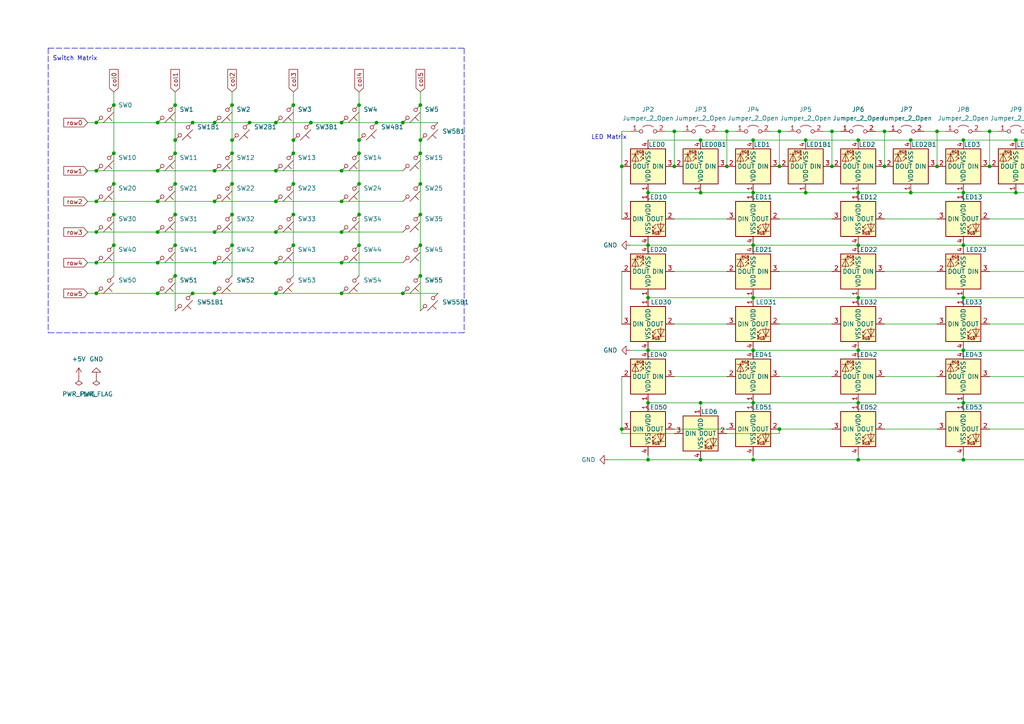
<source format=kicad_sch>
(kicad_sch (version 20211123) (generator eeschema)
  (paper "A4")
  (lib_symbols
    (symbol "Jumper:Jumper_2_Open" (pin_names (offset 0) hide)
      (property "Reference" "JP" (at 0 2.794 0))
      (property "Value" "Jumper_2_Open" (at 0 -2.286 0))
      (symbol "Jumper_2_Open_0_0"
        (circle (center -2.032 0) (radius 0.508))
        (circle (center 2.032 0) (radius 0.508))
      )
      (symbol "Jumper_2_Open_0_1"
        (arc (start 1.524 1.27) (mid 0 1.778) (end -1.524 1.27))
      )
      (symbol "Jumper_2_Open_1_1"
        (pin passive line (at -5.08 0 0) (length 2.54) (name "A") (number "1"))
        (pin passive line (at 5.08 0 180) (length 2.54) (name "B") (number "2"))
      )
    )
    (symbol "marbastlib-mx:MX_SK6812MINI-E"
      (property "Reference" "LED" (at 2.54 -6.35 0))
      (property "Value" "MX_SK6812MINI-E" (at 10.16 6.35 0))
      (symbol "MX_SK6812MINI-E_0_0"
        (text "RGB" (at 2.286 -4.191 0) (effects (font (size 0.762 0.762))))
      )
      (symbol "MX_SK6812MINI-E_0_1"
        (polyline (pts (xy 1.27 -3.556) (xy 1.778 -3.556)))
        (polyline (pts (xy 1.27 -2.54) (xy 1.778 -2.54)))
        (polyline (pts (xy 4.699 -3.556) (xy 2.667 -3.556)))
        (polyline (pts (xy 2.286 -2.54) (xy 1.27 -3.556) (xy 1.27 -3.048)))
        (polyline (pts (xy 2.286 -1.524) (xy 1.27 -2.54) (xy 1.27 -2.032)))
        (polyline (pts (xy 3.683 -1.016) (xy 3.683 -3.556) (xy 3.683 -4.064)))
        (polyline (pts (xy 4.699 -1.524) (xy 2.667 -1.524) (xy 3.683 -3.556) (xy 4.699 -1.524)))
        (rectangle (start 5.08 5.08) (end -5.08 -5.08) (stroke (width 0.254)) (fill (type background)))
      )
      (symbol "MX_SK6812MINI-E_1_1"
        (pin power_in line (at 0 7.62 270) (length 2.54) (name "VDD") (number "1"))
        (pin output line (at 7.62 0 180) (length 2.54) (name "DOUT") (number "2"))
        (pin input line (at -7.62 0 0) (length 2.54) (name "DIN") (number "3"))
        (pin power_in line (at 0 -7.62 90) (length 2.54) (name "VSS") (number "4"))
      )
    )
    (symbol "marbastlib-mx:MX_SW_HS" (pin_numbers hide) (pin_names (offset 1.016) hide)
      (property "Reference" "SW" (at 3.048 1.016 0))
      (property "Value" "MX_SW_HS" (at 0 -3.81 0))
      (symbol "MX_SW_HS_0_1"
        (circle (center -1.1684 1.1684) (radius 0.508))
        (polyline (pts (xy -0.508 2.54) (xy 2.54 -0.508)))
        (polyline (pts (xy 1.016 1.016) (xy 2.032 2.032)))
        (polyline (pts (xy -2.54 2.54) (xy -1.524 1.524) (xy -1.524 1.524)))
        (polyline (pts (xy 1.524 -1.524) (xy 2.54 -2.54) (xy 2.54 -2.54) (xy 2.54 -2.54)))
        (circle (center 1.143 -1.1938) (radius 0.508))
        (pin passive line (at -2.54 2.54 0) (length 0) (name "1") (number "1"))
        (pin passive line (at 2.54 -2.54 180) (length 0) (name "2") (number "2"))
      )
    )
    (symbol "power:+5V" (power) (pin_names (offset 0))
      (property "Value" "+5V" (at 0 3.556 0))
      (symbol "+5V_0_1"
        (polyline (pts (xy -0.762 1.27) (xy 0 2.54)))
        (polyline (pts (xy 0 0) (xy 0 2.54)))
        (polyline (pts (xy 0 2.54) (xy 0.762 1.27)))
      )
      (symbol "+5V_1_1"
        (pin power_in line (at 0 0 90) (length 0) hide (name "+5V") (number "1"))
      )
    )
    (symbol "power:GND" (power) (pin_names (offset 0))
      (property "Value" "GND" (at 0 -3.81 0))
      (symbol "GND_0_1"
        (polyline (pts (xy 0 0) (xy 0 -1.27) (xy 1.27 -1.27) (xy 0 -2.54) (xy -1.27 -1.27) (xy 0 -1.27)))
      )
      (symbol "GND_1_1"
        (pin power_in line (at 0 0 270) (length 0) hide (name "GND") (number "1"))
      )
    )
    (symbol "power:PWR_FLAG" (power) (pin_numbers hide) (pin_names (offset 0) hide)
      (property "Value" "PWR_FLAG" (at 0 3.81 0))
      (symbol "PWR_FLAG_0_0"
        (pin power_out line (at 0 0 90) (length 0) (name "pwr") (number "1"))
      )
      (symbol "PWR_FLAG_0_1"
        (polyline (pts (xy 0 0) (xy 0 1.27) (xy -1.016 1.905) (xy 0 2.54) (xy 1.016 1.905) (xy 0 1.27)))
      )
    )
  )
  (junction (at 248.92 40.64))
  (junction (at 256.54 48.26))
  (junction (at 50.8 44.45))
  (junction (at 187.96 101.6))
  (junction (at 248.92 133.35))
  (junction (at 180.34 124.46))
  (junction (at 121.92 40.64))
  (junction (at 45.72 58.42))
  (junction (at 99.06 76.2))
  (junction (at 27.94 76.2))
  (junction (at 287.02 38.1))
  (junction (at 309.88 71.12))
  (junction (at 99.06 58.42))
  (junction (at 99.06 35.56))
  (junction (at 332.74 48.26))
  (junction (at 121.92 53.34))
  (junction (at 67.31 53.34))
  (junction (at 218.44 40.64))
  (junction (at 195.58 48.26))
  (junction (at 62.23 49.53))
  (junction (at 218.44 101.6))
  (junction (at 302.26 38.1))
  (junction (at 104.14 40.64))
  (junction (at 218.44 133.35))
  (junction (at 85.09 71.12))
  (junction (at 248.92 86.36))
  (junction (at 203.2 55.88))
  (junction (at 309.88 86.36))
  (junction (at 294.64 55.88))
  (junction (at 325.12 133.35))
  (junction (at 67.31 44.45))
  (junction (at 241.3 48.26))
  (junction (at 241.3 38.1))
  (junction (at 279.4 86.36))
  (junction (at 45.72 49.53))
  (junction (at 104.14 62.23))
  (junction (at 27.94 35.56))
  (junction (at 121.92 71.12))
  (junction (at 67.31 40.64))
  (junction (at 85.09 53.34))
  (junction (at 317.5 38.1))
  (junction (at 99.06 49.53))
  (junction (at 99.06 67.31))
  (junction (at 309.88 133.35))
  (junction (at 187.96 116.84))
  (junction (at 203.2 133.35))
  (junction (at 187.96 86.36))
  (junction (at 72.39 35.56))
  (junction (at 187.96 71.12))
  (junction (at 309.88 40.64))
  (junction (at 33.02 62.23))
  (junction (at 271.78 38.1))
  (junction (at 50.8 30.48))
  (junction (at 226.06 48.26))
  (junction (at 256.54 38.1))
  (junction (at 294.64 40.64))
  (junction (at 45.72 67.31))
  (junction (at 226.06 38.1))
  (junction (at 116.84 35.56))
  (junction (at 279.4 101.6))
  (junction (at 33.02 53.34))
  (junction (at 33.02 71.12))
  (junction (at 309.88 55.88))
  (junction (at 210.82 48.26))
  (junction (at 62.23 76.2))
  (junction (at 279.4 40.64))
  (junction (at 340.36 55.88))
  (junction (at 67.31 71.12))
  (junction (at 45.72 76.2))
  (junction (at 317.5 48.26))
  (junction (at 248.92 71.12))
  (junction (at 99.06 85.09))
  (junction (at 226.06 124.46))
  (junction (at 85.09 44.45))
  (junction (at 279.4 71.12))
  (junction (at 55.88 35.56))
  (junction (at 121.92 44.45))
  (junction (at 233.68 55.88))
  (junction (at 85.09 30.48))
  (junction (at 180.34 48.26))
  (junction (at 80.01 35.56))
  (junction (at 203.2 40.64))
  (junction (at 67.31 62.23))
  (junction (at 264.16 40.64))
  (junction (at 248.92 116.84))
  (junction (at 90.17 35.56))
  (junction (at 325.12 55.88))
  (junction (at 218.44 86.36))
  (junction (at 62.23 58.42))
  (junction (at 187.96 55.88))
  (junction (at 121.92 80.01))
  (junction (at 62.23 85.09))
  (junction (at 210.82 38.1))
  (junction (at 248.92 101.6))
  (junction (at 62.23 67.31))
  (junction (at 104.14 30.48))
  (junction (at 80.01 67.31))
  (junction (at 340.36 40.64))
  (junction (at 55.88 85.09))
  (junction (at 109.22 35.56))
  (junction (at 27.94 85.09))
  (junction (at 302.26 48.26))
  (junction (at 347.98 48.26))
  (junction (at 279.4 55.88))
  (junction (at 332.74 38.1))
  (junction (at 27.94 58.42))
  (junction (at 104.14 44.45))
  (junction (at 50.8 40.64))
  (junction (at 340.36 71.12))
  (junction (at 195.58 38.1))
  (junction (at 50.8 53.34))
  (junction (at 62.23 35.56))
  (junction (at 50.8 62.23))
  (junction (at 104.14 53.34))
  (junction (at 309.88 116.84))
  (junction (at 325.12 40.64))
  (junction (at 50.8 80.01))
  (junction (at 347.98 124.46))
  (junction (at 80.01 49.53))
  (junction (at 218.44 71.12))
  (junction (at 187.96 133.35))
  (junction (at 116.84 85.09))
  (junction (at 27.94 67.31))
  (junction (at 27.94 49.53))
  (junction (at 85.09 62.23))
  (junction (at 104.14 71.12))
  (junction (at 67.31 30.48))
  (junction (at 302.26 124.46))
  (junction (at 80.01 58.42))
  (junction (at 203.2 116.84))
  (junction (at 85.09 40.64))
  (junction (at 340.36 101.6))
  (junction (at 121.92 30.48))
  (junction (at 279.4 116.84))
  (junction (at 340.36 116.84))
  (junction (at 233.68 40.64))
  (junction (at 279.4 133.35))
  (junction (at 248.92 55.88))
  (junction (at 340.36 86.36))
  (junction (at 33.02 44.45))
  (junction (at 45.72 85.09))
  (junction (at 218.44 116.84))
  (junction (at 80.01 85.09))
  (junction (at 45.72 35.56))
  (junction (at 121.92 62.23))
  (junction (at 287.02 48.26))
  (junction (at 325.12 116.84))
  (junction (at 309.88 101.6))
  (junction (at 264.16 55.88))
  (junction (at 33.02 30.48))
  (junction (at 218.44 55.88))
  (junction (at 80.01 76.2))
  (junction (at 50.8 71.12))
  (junction (at 271.78 48.26))
  (wire (pts (xy 309.88 133.35) (xy 309.88 132.08)))
  (wire (pts (xy 299.72 38.1) (xy 302.26 38.1)))
  (wire (pts (xy 104.14 40.64) (xy 104.14 44.45)))
  (wire (pts (xy 243.84 38.1) (xy 241.3 38.1)))
  (wire (pts (xy 248.92 55.88) (xy 264.16 55.88)))
  (wire (pts (xy 67.31 40.64) (xy 67.31 44.45)))
  (wire (pts (xy 187.96 133.35) (xy 203.2 133.35)))
  (wire (pts (xy 267.97 38.1) (xy 271.78 38.1)))
  (wire (pts (xy 121.92 30.48) (xy 121.92 40.64)))
  (wire (pts (xy 85.09 40.64) (xy 85.09 44.45)))
  (wire (pts (xy 99.06 58.42) (xy 116.84 58.42)))
  (wire (pts (xy 335.28 38.1) (xy 332.74 38.1)))
  (wire (pts (xy 241.3 109.22) (xy 226.06 109.22)))
  (wire (pts (xy 99.06 67.31) (xy 116.84 67.31)))
  (wire (pts (xy 271.78 124.46) (xy 256.54 124.46)))
  (wire (pts (xy 210.82 109.22) (xy 195.58 109.22)))
  (wire (pts (xy 50.8 71.12) (xy 50.8 80.01)))
  (wire (pts (xy 104.14 62.23) (xy 104.14 71.12)))
  (wire (pts (xy 284.48 38.1) (xy 287.02 38.1)))
  (wire (pts (xy 25.4 35.56) (xy 27.94 35.56)))
  (wire (pts (xy 121.92 40.64) (xy 121.92 44.45)))
  (wire (pts (xy 279.4 133.35) (xy 309.88 133.35)))
  (wire (pts (xy 309.88 40.64) (xy 325.12 40.64)))
  (wire (pts (xy 256.54 63.5) (xy 271.78 63.5)))
  (wire (pts (xy 325.12 40.64) (xy 340.36 40.64)))
  (wire (pts (xy 121.92 62.23) (xy 121.92 71.12)))
  (wire (pts (xy 332.74 78.74) (xy 317.5 78.74)))
  (wire (pts (xy 45.72 35.56) (xy 55.88 35.56)))
  (wire (pts (xy 264.16 55.88) (xy 279.4 55.88)))
  (wire (pts (xy 80.01 67.31) (xy 99.06 67.31)))
  (wire (pts (xy 50.8 26.67) (xy 50.8 30.48)))
  (wire (pts (xy 55.88 35.56) (xy 62.23 35.56)))
  (wire (pts (xy 325.12 55.88) (xy 340.36 55.88)))
  (wire (pts (xy 62.23 49.53) (xy 80.01 49.53)))
  (wire (pts (xy 121.92 44.45) (xy 121.92 53.34)))
  (wire (pts (xy 45.72 58.42) (xy 62.23 58.42)))
  (wire (pts (xy 302.26 93.98) (xy 287.02 93.98)))
  (wire (pts (xy 62.23 58.42) (xy 80.01 58.42)))
  (wire (pts (xy 45.72 85.09) (xy 55.88 85.09)))
  (wire (pts (xy 45.72 76.2) (xy 62.23 76.2)))
  (wire (pts (xy 241.3 93.98) (xy 226.06 93.98)))
  (wire (pts (xy 50.8 40.64) (xy 50.8 44.45)))
  (wire (pts (xy 62.23 67.31) (xy 80.01 67.31)))
  (wire (pts (xy 218.44 101.6) (xy 248.92 101.6)))
  (wire (pts (xy 187.96 71.12) (xy 218.44 71.12)))
  (wire (pts (xy 325.12 133.35) (xy 340.36 133.35)))
  (wire (pts (xy 62.23 35.56) (xy 72.39 35.56)))
  (wire (pts (xy 45.72 49.53) (xy 62.23 49.53)))
  (wire (pts (xy 180.34 109.22) (xy 180.34 124.46)))
  (wire (pts (xy 99.06 76.2) (xy 116.84 76.2)))
  (wire (pts (xy 72.39 35.56) (xy 80.01 35.56)))
  (wire (pts (xy 228.6 38.1) (xy 226.06 38.1)))
  (wire (pts (xy 248.92 86.36) (xy 279.4 86.36)))
  (wire (pts (xy 218.44 86.36) (xy 248.92 86.36)))
  (wire (pts (xy 238.76 38.1) (xy 241.3 38.1)))
  (wire (pts (xy 85.09 44.45) (xy 85.09 53.34)))
  (wire (pts (xy 340.36 55.88) (xy 347.98 55.88)))
  (wire (pts (xy 345.44 116.84) (xy 340.36 116.84)))
  (wire (pts (xy 33.02 30.48) (xy 33.02 44.45)))
  (wire (pts (xy 325.12 116.84) (xy 340.36 116.84)))
  (wire (pts (xy 264.16 40.64) (xy 279.4 40.64)))
  (wire (pts (xy 309.88 133.35) (xy 325.12 133.35)))
  (wire (pts (xy 85.09 62.23) (xy 85.09 71.12)))
  (wire (pts (xy 90.17 35.56) (xy 99.06 35.56)))
  (wire (pts (xy 218.44 133.35) (xy 218.44 132.08)))
  (wire (pts (xy 347.98 48.26) (xy 351.79 48.26)))
  (wire (pts (xy 127 85.09) (xy 116.84 85.09)))
  (wire (pts (xy 187.96 40.64) (xy 203.2 40.64)))
  (wire (pts (xy 213.36 38.1) (xy 210.82 38.1)))
  (wire (pts (xy 279.4 40.64) (xy 294.64 40.64)))
  (wire (pts (xy 347.98 63.5) (xy 347.98 78.74)))
  (wire (pts (xy 80.01 58.42) (xy 99.06 58.42)))
  (wire (pts (xy 349.25 124.46) (xy 347.98 124.46)))
  (wire (pts (xy 27.94 85.09) (xy 45.72 85.09)))
  (wire (pts (xy 104.14 30.48) (xy 104.14 40.64)))
  (wire (pts (xy 203.2 55.88) (xy 218.44 55.88)))
  (wire (pts (xy 180.34 38.1) (xy 180.34 48.26)))
  (wire (pts (xy 279.4 133.35) (xy 279.4 132.08)))
  (wire (pts (xy 50.8 30.48) (xy 50.8 40.64)))
  (wire (pts (xy 187.96 101.6) (xy 218.44 101.6)))
  (wire (pts (xy 203.2 118.11) (xy 203.2 116.84)))
  (wire (pts (xy 116.84 35.56) (xy 127 35.56)))
  (wire (pts (xy 67.31 30.48) (xy 67.31 40.64)))
  (wire (pts (xy 50.8 53.34) (xy 50.8 62.23)))
  (wire (pts (xy 25.4 76.2) (xy 27.94 76.2)))
  (wire (pts (xy 50.8 44.45) (xy 50.8 53.34)))
  (wire (pts (xy 309.88 101.6) (xy 340.36 101.6)))
  (wire (pts (xy 104.14 44.45) (xy 104.14 53.34)))
  (wire (pts (xy 104.14 26.67) (xy 104.14 30.48)))
  (wire (pts (xy 27.94 35.56) (xy 45.72 35.56)))
  (wire (pts (xy 331.47 38.1) (xy 332.74 38.1)))
  (wire (pts (xy 180.34 125.73) (xy 180.34 124.46)))
  (wire (pts (xy 256.54 38.1) (xy 256.54 48.26)))
  (wire (pts (xy 347.98 38.1) (xy 347.98 48.26)))
  (wire (pts (xy 67.31 71.12) (xy 67.31 80.01)))
  (wire (pts (xy 287.02 38.1) (xy 287.02 48.26)))
  (wire (pts (xy 321.31 38.1) (xy 317.5 38.1)))
  (wire (pts (xy 182.88 38.1) (xy 180.34 38.1)))
  (wire (pts (xy 180.34 63.5) (xy 180.34 48.26)))
  (wire (pts (xy 210.82 38.1) (xy 210.82 48.26)))
  (wire (pts (xy 317.5 124.46) (xy 332.74 124.46)))
  (wire (pts (xy 85.09 30.48) (xy 85.09 40.64)))
  (wire (pts (xy 279.4 101.6) (xy 309.88 101.6)))
  (wire (pts (xy 50.8 62.23) (xy 50.8 71.12)))
  (wire (pts (xy 314.96 38.1) (xy 317.5 38.1)))
  (wire (pts (xy 99.06 35.56) (xy 109.22 35.56)))
  (wire (pts (xy 226.06 124.46) (xy 226.06 125.73)))
  (wire (pts (xy 182.88 101.6) (xy 187.96 101.6)))
  (wire (pts (xy 67.31 44.45) (xy 67.31 53.34)))
  (wire (pts (xy 99.06 85.09) (xy 116.84 85.09)))
  (wire (pts (xy 302.26 109.22) (xy 287.02 109.22)))
  (wire (pts (xy 55.88 85.09) (xy 62.23 85.09)))
  (wire (pts (xy 289.56 38.1) (xy 287.02 38.1)))
  (wire (pts (xy 347.98 38.1) (xy 345.44 38.1)))
  (wire (pts (xy 85.09 53.34) (xy 85.09 62.23)))
  (wire (pts (xy 80.01 35.56) (xy 90.17 35.56)))
  (wire (pts (xy 198.12 38.1) (xy 195.58 38.1)))
  (wire (pts (xy 309.88 55.88) (xy 294.64 55.88)))
  (wire (pts (xy 67.31 62.23) (xy 67.31 71.12)))
  (wire (pts (xy 25.4 49.53) (xy 27.94 49.53)))
  (wire (pts (xy 304.8 38.1) (xy 302.26 38.1)))
  (wire (pts (xy 203.2 116.84) (xy 187.96 116.84)))
  (wire (pts (xy 109.22 35.56) (xy 116.84 35.56)))
  (wire (pts (xy 325.12 118.11) (xy 325.12 116.84)))
  (wire (pts (xy 302.26 78.74) (xy 287.02 78.74)))
  (wire (pts (xy 248.92 133.35) (xy 248.92 132.08)))
  (wire (pts (xy 332.74 38.1) (xy 332.74 48.26)))
  (wire (pts (xy 180.34 125.73) (xy 195.58 125.73)))
  (wire (pts (xy 33.02 62.23) (xy 33.02 53.34)))
  (wire (pts (xy 121.92 80.01) (xy 121.92 90.17)))
  (wire (pts (xy 203.2 133.35) (xy 218.44 133.35)))
  (wire (pts (xy 25.4 67.31) (xy 27.94 67.31)))
  (wire (pts (xy 309.88 86.36) (xy 340.36 86.36)))
  (wire (pts (xy 27.94 58.42) (xy 45.72 58.42)))
  (wire (pts (xy 33.02 80.01) (xy 33.02 71.12)))
  (wire (pts (xy 67.31 26.67) (xy 67.31 30.48)))
  (wire (pts (xy 104.14 71.12) (xy 104.14 80.01)))
  (wire (pts (xy 80.01 85.09) (xy 99.06 85.09)))
  (polyline (pts (xy 134.62 13.97) (xy 134.62 96.52)))
  (wire (pts (xy 121.92 26.67) (xy 121.92 30.48)))
  (wire (pts (xy 248.92 116.84) (xy 218.44 116.84)))
  (wire (pts (xy 27.94 67.31) (xy 45.72 67.31)))
  (wire (pts (xy 180.34 78.74) (xy 180.34 93.98)))
  (wire (pts (xy 210.82 125.73) (xy 226.06 125.73)))
  (wire (pts (xy 257.81 38.1) (xy 256.54 38.1)))
  (wire (pts (xy 25.4 58.42) (xy 27.94 58.42)))
  (wire (pts (xy 187.96 133.35) (xy 187.96 132.08)))
  (wire (pts (xy 279.4 86.36) (xy 309.88 86.36)))
  (wire (pts (xy 218.44 116.84) (xy 203.2 116.84)))
  (wire (pts (xy 62.23 85.09) (xy 80.01 85.09)))
  (wire (pts (xy 210.82 93.98) (xy 195.58 93.98)))
  (wire (pts (xy 33.02 26.67) (xy 33.02 30.48)))
  (wire (pts (xy 332.74 109.22) (xy 317.5 109.22)))
  (wire (pts (xy 233.68 55.88) (xy 248.92 55.88)))
  (wire (pts (xy 195.58 38.1) (xy 195.58 48.26)))
  (wire (pts (xy 248.92 101.6) (xy 279.4 101.6)))
  (wire (pts (xy 332.74 93.98) (xy 317.5 93.98)))
  (wire (pts (xy 218.44 71.12) (xy 248.92 71.12)))
  (wire (pts (xy 226.06 38.1) (xy 226.06 48.26)))
  (wire (pts (xy 248.92 116.84) (xy 279.4 116.84)))
  (wire (pts (xy 80.01 49.53) (xy 99.06 49.53)))
  (wire (pts (xy 62.23 76.2) (xy 80.01 76.2)))
  (wire (pts (xy 25.4 85.09) (xy 27.94 85.09)))
  (wire (pts (xy 187.96 86.36) (xy 218.44 86.36)))
  (wire (pts (xy 347.98 93.98) (xy 347.98 109.22)))
  (wire (pts (xy 340.36 40.64) (xy 349.25 40.64)))
  (wire (pts (xy 210.82 63.5) (xy 195.58 63.5)))
  (wire (pts (xy 302.26 124.46) (xy 287.02 124.46)))
  (wire (pts (xy 218.44 55.88) (xy 233.68 55.88)))
  (wire (pts (xy 121.92 53.34) (xy 121.92 62.23)))
  (polyline (pts (xy 134.62 96.52) (xy 13.97 96.52)))
  (wire (pts (xy 45.72 67.31) (xy 62.23 67.31)))
  (wire (pts (xy 85.09 71.12) (xy 85.09 80.01)))
  (wire (pts (xy 176.53 133.35) (xy 187.96 133.35)))
  (wire (pts (xy 279.4 71.12) (xy 309.88 71.12)))
  (wire (pts (xy 80.01 76.2) (xy 99.06 76.2)))
  (wire (pts (xy 121.92 71.12) (xy 121.92 80.01)))
  (wire (pts (xy 340.36 133.35) (xy 340.36 132.08)))
  (wire (pts (xy 347.98 124.46) (xy 347.98 125.73)))
  (wire (pts (xy 256.54 78.74) (xy 271.78 78.74)))
  (wire (pts (xy 203.2 40.64) (xy 218.44 40.64)))
  (wire (pts (xy 210.82 78.74) (xy 195.58 78.74)))
  (wire (pts (xy 248.92 40.64) (xy 264.16 40.64)))
  (wire (pts (xy 332.74 63.5) (xy 317.5 63.5)))
  (wire (pts (xy 241.3 63.5) (xy 226.06 63.5)))
  (wire (pts (xy 317.5 125.73) (xy 302.26 125.73)))
  (wire (pts (xy 254 38.1) (xy 256.54 38.1)))
  (wire (pts (xy 33.02 71.12) (xy 33.02 62.23)))
  (wire (pts (xy 302.26 38.1) (xy 302.26 48.26)))
  (wire (pts (xy 223.52 38.1) (xy 226.06 38.1)))
  (wire (pts (xy 218.44 40.64) (xy 233.68 40.64)))
  (wire (pts (xy 195.58 124.46) (xy 210.82 124.46)))
  (wire (pts (xy 274.32 38.1) (xy 271.78 38.1)))
  (wire (pts (xy 279.4 116.84) (xy 309.88 116.84)))
  (wire (pts (xy 241.3 78.74) (xy 226.06 78.74)))
  (wire (pts (xy 317.5 38.1) (xy 317.5 48.26)))
  (wire (pts (xy 27.94 49.53) (xy 45.72 49.53)))
  (wire (pts (xy 241.3 38.1) (xy 241.3 48.26)))
  (wire (pts (xy 193.04 38.1) (xy 195.58 38.1)))
  (wire (pts (xy 309.88 55.88) (xy 325.12 55.88)))
  (wire (pts (xy 85.09 26.67) (xy 85.09 30.48)))
  (wire (pts (xy 248.92 71.12) (xy 279.4 71.12)))
  (wire (pts (xy 294.64 40.64) (xy 309.88 40.64)))
  (wire (pts (xy 302.26 63.5) (xy 287.02 63.5)))
  (wire (pts (xy 67.31 53.34) (xy 67.31 62.23)))
  (wire (pts (xy 248.92 133.35) (xy 279.4 133.35)))
  (wire (pts (xy 340.36 86.36) (xy 345.44 86.36)))
  (wire (pts (xy 104.14 53.34) (xy 104.14 62.23)))
  (wire (pts (xy 27.94 76.2) (xy 45.72 76.2)))
  (wire (pts (xy 271.78 38.1) (xy 271.78 48.26)))
  (wire (pts (xy 218.44 133.35) (xy 248.92 133.35)))
  (wire (pts (xy 182.88 71.12) (xy 187.96 71.12)))
  (wire (pts (xy 309.88 116.84) (xy 325.12 116.84)))
  (wire (pts (xy 208.28 38.1) (xy 210.82 38.1)))
  (polyline (pts (xy 13.97 13.97) (xy 13.97 96.52)))
  (wire (pts (xy 99.06 49.53) (xy 116.84 49.53)))
  (wire (pts (xy 256.54 109.22) (xy 271.78 109.22)))
  (polyline (pts (xy 13.97 13.97) (xy 134.62 13.97)))
  (wire (pts (xy 50.8 90.17) (xy 50.8 80.01)))
  (wire (pts (xy 309.88 71.12) (xy 340.36 71.12)))
  (wire (pts (xy 302.26 125.73) (xy 302.26 124.46)))
  (wire (pts (xy 241.3 124.46) (xy 226.06 124.46)))
  (wire (pts (xy 233.68 40.64) (xy 248.92 40.64)))
  (wire (pts (xy 279.4 55.88) (xy 294.64 55.88)))
  (wire (pts (xy 33.02 53.34) (xy 33.02 44.45)))
  (wire (pts (xy 332.74 125.73) (xy 347.98 125.73)))
  (wire (pts (xy 256.54 93.98) (xy 271.78 93.98)))
  (wire (pts (xy 187.96 55.88) (xy 203.2 55.88)))
  (text "Switch Matrix" (at 15.24 17.78 0) (effects (font (size 1.27 1.27)) (justify left bottom)))
  (text "LED Matrix" (at 171.45 40.64 0) (effects (font (size 1.27 1.27)) (justify left bottom)))
  (global_label "row1" (shape input) (at 25.4 49.53 180) (property "Intersheet References" "${INTERSHEET_REFS}" (effects hide)))
  (global_label "col1" (shape input) (at 50.8 26.67 90) (property "Intersheet References" "${INTERSHEET_REFS}" (effects hide)))
  (global_label "row0" (shape input) (at 25.4 35.56 180) (property "Intersheet References" "${INTERSHEET_REFS}" (effects hide)))
  (global_label "col3" (shape input) (at 85.09 26.67 90) (property "Intersheet References" "${INTERSHEET_REFS}" (effects hide)))
  (global_label "LEDOUT" (shape input) (at 349.25 124.46 0) (property "Intersheet References" "${INTERSHEET_REFS}" (effects hide)))
  (global_label "row4" (shape input) (at 25.4 76.2 180) (property "Intersheet References" "${INTERSHEET_REFS}" (effects hide)))
  (global_label "col5" (shape input) (at 121.92 26.67 90) (property "Intersheet References" "${INTERSHEET_REFS}" (effects hide)))
  (global_label "col2" (shape input) (at 67.31 26.67 90) (property "Intersheet References" "${INTERSHEET_REFS}" (effects hide)))
  (global_label "col4" (shape input) (at 104.14 26.67 90) (property "Intersheet References" "${INTERSHEET_REFS}" (effects hide)))
  (global_label "LEDIN" (shape input) (at 351.79 48.26 0) (property "Intersheet References" "${INTERSHEET_REFS}" (effects hide)))
  (global_label "col0" (shape input) (at 33.02 26.67 90) (property "Intersheet References" "${INTERSHEET_REFS}" (effects hide)))
  (global_label "row2" (shape input) (at 25.4 58.42 180) (property "Intersheet References" "${INTERSHEET_REFS}" (effects hide)))
  (global_label "row3" (shape input) (at 25.4 67.31 180) (property "Intersheet References" "${INTERSHEET_REFS}" (effects hide)))
  (global_label "row5" (shape input) (at 25.4 85.09 180) (property "Intersheet References" "${INTERSHEET_REFS}" (effects hide)))
  (symbol (lib_id "Jumper:Jumper_2_Open") (at 326.39 38.1 0) (unit 1)
    (property "Reference" "JP11" (at 326.39 31.75 0))
    (property "Value" "Jumper_2_Open" (at 326.39 34.29 0))
    (property "Footprint" "Jumper:SolderJumper-2_P1.3mm_Open_Pad1.0x1.5mm" (effects hide))
  )
  (symbol (lib_id "marbastlib-mx:MX_SK6812MINI-E") (at 279.4 63.5 0) (unit 1)
    (property "Reference" "LED13" (at 281.94 57.15 0))
    (property "Value" "MX_SK6812MINI-E" (effects hide))
    (property "Footprint" "marbastlib-mx:LED_MX_6028R-FLIPPED" (effects hide))
  )
  (symbol (lib_id "marbastlib-mx:MX_SW_HS") (at 101.6 33.02 270) (unit 1)
    (property "Reference" "SW4" (at 105.41 31.7499 90) (effects (justify left)))
    (property "Value" "MX_SW_HS" (effects hide))
    (property "Footprint" "marbastlib-mx:SW_MX_HS_1u" (effects hide))
  )
  (symbol (lib_id "marbastlib-mx:MX_SK6812MINI-E") (at 248.92 109.22 180) (unit 1)
    (property "Reference" "LED42" (at 251.46 102.87 0))
    (property "Value" "MX_SK6812MINI-E" (effects hide))
    (property "Footprint" "marbastlib-mx:LED_MX_6028R" (effects hide))
  )
  (symbol (lib_id "marbastlib-mx:MX_SK6812MINI-E") (at 340.36 93.98 0) (unit 1)
    (property "Reference" "LED35" (at 342.9 87.63 0))
    (property "Value" "MX_SK6812MINI-E" (effects hide))
    (property "Footprint" "marbastlib-mx:LED_MX_6028R-FLIPPED" (effects hide))
  )
  (symbol (lib_id "marbastlib-mx:MX_SW_HS") (at 53.34 38.1 270) (unit 1)
    (property "Reference" "SW1B1" (at 57.15 36.8299 90) (effects (justify left)))
    (property "Value" "MX_SW_HS" (effects hide))
    (property "Footprint" "marbastlib-mx:SW_MX_HS_1u" (effects hide))
  )
  (symbol (lib_id "marbastlib-mx:MX_SK6812MINI-E") (at 187.96 78.74 180) (unit 1)
    (property "Reference" "LED20" (at 190.5 72.39 0))
    (property "Value" "MX_SK6812MINI-E" (effects hide))
    (property "Footprint" "marbastlib-mx:LED_MX_6028R" (effects hide))
  )
  (symbol (lib_id "power:+5V") (at 22.86 109.22 0) (unit 1)
    (property "Reference" "#PWR0114" (effects hide))
    (property "Value" "+5V" (at 22.86 104.14 0))
  )
  (symbol (lib_id "marbastlib-mx:MX_SW_HS") (at 30.48 82.55 270) (unit 1)
    (property "Reference" "SW50" (at 34.29 81.2799 90) (effects (justify left)))
    (property "Value" "MX_SW_HS" (effects hide))
    (property "Footprint" "marbastlib-mx:SW_MX_HS_1u" (effects hide))
  )
  (symbol (lib_id "marbastlib-mx:MX_SK6812MINI-E") (at 340.36 78.74 180) (unit 1)
    (property "Reference" "LED25" (at 344.17 72.39 0))
    (property "Value" "MX_SK6812MINI-E" (effects hide))
    (property "Footprint" "marbastlib-mx:LED_MX_6028R" (effects hide))
  )
  (symbol (lib_id "marbastlib-mx:MX_SW_HS") (at 124.46 87.63 270) (unit 1)
    (property "Reference" "SW55B1" (at 128.27 87.6299 90) (effects (justify left)))
    (property "Value" "MX_SW_HS" (effects hide))
    (property "Footprint" "marbastlib-mx:SW_MX_HS_1u" (effects hide))
  )
  (symbol (lib_id "marbastlib-mx:MX_SW_HS") (at 101.6 64.77 270) (unit 1)
    (property "Reference" "SW34" (at 105.41 63.4999 90) (effects (justify left)))
    (property "Value" "MX_SW_HS" (effects hide))
    (property "Footprint" "marbastlib-mx:SW_MX_HS_1u" (effects hide))
  )
  (symbol (lib_id "marbastlib-mx:MX_SK6812MINI-E") (at 218.44 93.98 0) (unit 1)
    (property "Reference" "LED31" (at 222.25 87.63 0))
    (property "Value" "MX_SK6812MINI-E" (effects hide))
    (property "Footprint" "marbastlib-mx:LED_MX_6028R-FLIPPED" (effects hide))
  )
  (symbol (lib_id "marbastlib-mx:MX_SK6812MINI-E") (at 340.36 48.26 180) (unit 1)
    (property "Reference" "LED5" (at 342.9 41.91 0))
    (property "Value" "MX_SK6812MINI-E" (effects hide))
    (property "Footprint" "marbastlib-mx:LED_MX_6028R" (effects hide))
  )
  (symbol (lib_id "marbastlib-mx:MX_SW_HS") (at 64.77 64.77 270) (unit 1)
    (property "Reference" "SW32" (at 68.58 63.4999 90) (effects (justify left)))
    (property "Value" "MX_SW_HS" (effects hide))
    (property "Footprint" "marbastlib-mx:SW_MX_HS_1u" (effects hide))
  )
  (symbol (lib_id "marbastlib-mx:MX_SK6812MINI-E") (at 248.92 124.46 0) (unit 1)
    (property "Reference" "LED52" (at 251.46 118.11 0))
    (property "Value" "MX_SK6812MINI-E" (effects hide))
    (property "Footprint" "marbastlib-mx:LED_MX_6028R-FLIPPED" (effects hide))
  )
  (symbol (lib_id "marbastlib-mx:MX_SK6812MINI-E") (at 218.44 124.46 0) (unit 1)
    (property "Reference" "LED51" (at 220.98 118.11 0))
    (property "Value" "MX_SK6812MINI-E" (effects hide))
    (property "Footprint" "marbastlib-mx:LED_MX_6028R-FLIPPED" (effects hide))
  )
  (symbol (lib_id "marbastlib-mx:MX_SW_HS") (at 64.77 55.88 270) (unit 1)
    (property "Reference" "SW22" (at 68.58 54.6099 90) (effects (justify left)))
    (property "Value" "MX_SW_HS" (effects hide))
    (property "Footprint" "marbastlib-mx:SW_MX_HS_1u" (effects hide))
  )
  (symbol (lib_id "marbastlib-mx:MX_SW_HS") (at 101.6 82.55 270) (unit 1)
    (property "Reference" "SW54" (at 105.41 81.2799 90) (effects (justify left)))
    (property "Value" "MX_SW_HS" (effects hide))
    (property "Footprint" "marbastlib-mx:SW_MX_HS_1u" (effects hide))
  )
  (symbol (lib_id "power:GND") (at 176.53 133.35 270) (unit 1)
    (property "Reference" "#PWR011" (effects hide))
    (property "Value" "GND" (at 172.72 133.3499 90) (effects (justify right)))
  )
  (symbol (lib_id "marbastlib-mx:MX_SW_HS") (at 82.55 73.66 270) (unit 1)
    (property "Reference" "SW43" (at 86.36 72.3899 90) (effects (justify left)))
    (property "Value" "MX_SW_HS" (effects hide))
    (property "Footprint" "marbastlib-mx:SW_MX_HS_1u" (effects hide))
  )
  (symbol (lib_id "marbastlib-mx:MX_SW_HS") (at 48.26 73.66 270) (unit 1)
    (property "Reference" "SW41" (at 52.07 72.3899 90) (effects (justify left)))
    (property "Value" "MX_SW_HS" (effects hide))
    (property "Footprint" "marbastlib-mx:SW_MX_HS_1u" (effects hide))
  )
  (symbol (lib_id "marbastlib-mx:MX_SW_HS") (at 101.6 46.99 270) (unit 1)
    (property "Reference" "SW14" (at 105.41 45.7199 90) (effects (justify left)))
    (property "Value" "MX_SW_HS" (effects hide))
    (property "Footprint" "marbastlib-mx:SW_MX_HS_1u" (effects hide))
  )
  (symbol (lib_id "marbastlib-mx:MX_SW_HS") (at 48.26 64.77 270) (unit 1)
    (property "Reference" "SW31" (at 52.07 63.4999 90) (effects (justify left)))
    (property "Value" "MX_SW_HS" (effects hide))
    (property "Footprint" "marbastlib-mx:SW_MX_HS_1u" (effects hide))
  )
  (symbol (lib_id "marbastlib-mx:MX_SW_HS") (at 101.6 73.66 270) (unit 1)
    (property "Reference" "SW44" (at 105.41 72.3899 90) (effects (justify left)))
    (property "Value" "MX_SW_HS" (effects hide))
    (property "Footprint" "marbastlib-mx:SW_MX_HS_1u" (effects hide))
  )
  (symbol (lib_id "marbastlib-mx:MX_SW_HS") (at 53.34 87.63 270) (unit 1)
    (property "Reference" "SW51B1" (at 57.15 87.6299 90) (effects (justify left)))
    (property "Value" "MX_SW_HS" (effects hide))
    (property "Footprint" "marbastlib-mx:SW_MX_HS_1u" (effects hide))
  )
  (symbol (lib_id "marbastlib-mx:MX_SK6812MINI-E") (at 340.36 109.22 180) (unit 1)
    (property "Reference" "LED45" (at 342.9 102.87 0))
    (property "Value" "MX_SK6812MINI-E" (effects hide))
    (property "Footprint" "marbastlib-mx:LED_MX_6028R" (effects hide))
  )
  (symbol (lib_id "marbastlib-mx:MX_SK6812MINI-E") (at 187.96 63.5 0) (unit 1)
    (property "Reference" "LED10" (at 190.5 57.15 0))
    (property "Value" "MX_SK6812MINI-E" (effects hide))
    (property "Footprint" "marbastlib-mx:LED_MX_6028R-FLIPPED" (effects hide))
  )
  (symbol (lib_id "marbastlib-mx:MX_SW_HS") (at 82.55 46.99 270) (unit 1)
    (property "Reference" "SW13" (at 86.36 45.7199 90) (effects (justify left)))
    (property "Value" "MX_SW_HS" (effects hide))
    (property "Footprint" "marbastlib-mx:SW_MX_HS_1u" (effects hide))
  )
  (symbol (lib_id "marbastlib-mx:MX_SK6812MINI-E") (at 187.96 124.46 0) (unit 1)
    (property "Reference" "LED50" (at 190.5 118.11 0))
    (property "Value" "MX_SK6812MINI-E" (effects hide))
    (property "Footprint" "marbastlib-mx:LED_MX_6028R-FLIPPED" (effects hide))
  )
  (symbol (lib_id "marbastlib-mx:MX_SW_HS") (at 119.38 82.55 270) (unit 1)
    (property "Reference" "SW55" (at 123.19 81.2799 90) (effects (justify left)))
    (property "Value" "MX_SW_HS" (effects hide))
    (property "Footprint" "marbastlib-mx:SW_MX_HS_1u" (effects hide))
  )
  (symbol (lib_id "power:PWR_FLAG") (at 22.86 109.22 180) (unit 1)
    (property "Reference" "#FLG0101" (effects hide))
    (property "Value" "PWR_FLAG" (at 22.86 114.3 0))
  )
  (symbol (lib_id "power:GND") (at 182.88 101.6 270) (unit 1)
    (property "Reference" "#PWR09" (effects hide))
    (property "Value" "GND" (at 179.07 101.5999 90) (effects (justify right)))
  )
  (symbol (lib_id "marbastlib-mx:MX_SK6812MINI-E") (at 309.88 109.22 180) (unit 1)
    (property "Reference" "LED44" (at 312.42 102.87 0))
    (property "Value" "MX_SK6812MINI-E" (effects hide))
    (property "Footprint" "marbastlib-mx:LED_MX_6028R" (effects hide))
  )
  (symbol (lib_id "power:PWR_FLAG") (at 27.94 109.22 180) (unit 1)
    (property "Reference" "#FLG0102" (effects hide))
    (property "Value" "PWR_FLAG" (at 27.94 114.3 0))
  )
  (symbol (lib_id "marbastlib-mx:MX_SW_HS") (at 124.46 38.1 270) (unit 1)
    (property "Reference" "SW5B1" (at 128.27 38.0999 90) (effects (justify left)))
    (property "Value" "MX_SW_HS" (effects hide))
    (property "Footprint" "marbastlib-mx:SW_MX_HS_1u" (effects hide))
  )
  (symbol (lib_id "marbastlib-mx:MX_SK6812MINI-E") (at 309.88 93.98 0) (unit 1)
    (property "Reference" "LED34" (at 312.42 87.63 0))
    (property "Value" "MX_SK6812MINI-E" (effects hide))
    (property "Footprint" "marbastlib-mx:LED_MX_6028R-FLIPPED" (effects hide))
  )
  (symbol (lib_id "marbastlib-mx:MX_SW_HS") (at 119.38 33.02 270) (unit 1)
    (property "Reference" "SW5" (at 123.19 31.7499 90) (effects (justify left)))
    (property "Value" "MX_SW_HS" (effects hide))
    (property "Footprint" "marbastlib-mx:SW_MX_HS_1u" (effects hide))
  )
  (symbol (lib_id "marbastlib-mx:MX_SW_HS") (at 119.38 55.88 270) (unit 1)
    (property "Reference" "SW25" (at 123.19 54.6099 90) (effects (justify left)))
    (property "Value" "MX_SW_HS" (effects hide))
    (property "Footprint" "marbastlib-mx:SW_MX_HS_1u" (effects hide))
  )
  (symbol (lib_id "marbastlib-mx:MX_SK6812MINI-E") (at 233.68 48.26 180) (unit 1)
    (property "Reference" "LED1B1" (at 237.49 41.91 0))
    (property "Value" "MX_SK6812MINI-E" (effects hide))
    (property "Footprint" "marbastlib-mx:LED_MX_6028R" (effects hide))
  )
  (symbol (lib_id "marbastlib-mx:MX_SK6812MINI-E") (at 248.92 93.98 0) (unit 1)
    (property "Reference" "LED32" (at 251.46 87.63 0))
    (property "Value" "MX_SK6812MINI-E" (effects hide))
    (property "Footprint" "marbastlib-mx:LED_MX_6028R-FLIPPED" (effects hide))
  )
  (symbol (lib_id "marbastlib-mx:MX_SK6812MINI-E") (at 309.88 48.26 180) (unit 1)
    (property "Reference" "LED4" (at 312.42 41.91 0))
    (property "Value" "MX_SK6812MINI-E" (effects hide))
    (property "Footprint" "marbastlib-mx:LED_MX_6028R" (effects hide))
  )
  (symbol (lib_id "marbastlib-mx:MX_SK6812MINI-E") (at 309.88 63.5 0) (unit 1)
    (property "Reference" "LED14" (at 312.42 57.15 0))
    (property "Value" "MX_SK6812MINI-E" (effects hide))
    (property "Footprint" "marbastlib-mx:LED_MX_6028R-FLIPPED" (effects hide))
  )
  (symbol (lib_id "marbastlib-mx:MX_SW_HS") (at 64.77 33.02 270) (unit 1)
    (property "Reference" "SW2" (at 68.58 31.7499 90) (effects (justify left)))
    (property "Value" "MX_SW_HS" (effects hide))
    (property "Footprint" "marbastlib-mx:SW_MX_HS_1u" (effects hide))
  )
  (symbol (lib_id "marbastlib-mx:MX_SW_HS") (at 82.55 33.02 270) (unit 1)
    (property "Reference" "SW3" (at 86.36 31.7499 90) (effects (justify left)))
    (property "Value" "MX_SW_HS" (effects hide))
    (property "Footprint" "marbastlib-mx:SW_MX_HS_1u" (effects hide))
  )
  (symbol (lib_id "marbastlib-mx:MX_SK6812MINI-E") (at 325.12 125.73 0) (unit 1)
    (property "Reference" "LED7" (at 327.66 119.38 0))
    (property "Value" "MX_SK6812MINI-E" (effects hide))
    (property "Footprint" "marbastlib-mx:LED_MX_6028R-FLIPPED" (effects hide))
  )
  (symbol (lib_id "power:+5V") (at 347.98 55.88 270) (unit 1)
    (property "Reference" "#PWR01" (effects hide))
    (property "Value" "+5V" (at 353.06 55.88 90))
  )
  (symbol (lib_id "marbastlib-mx:MX_SW_HS") (at 106.68 38.1 270) (unit 1)
    (property "Reference" "SW4B1" (at 110.49 36.8299 90) (effects (justify left)))
    (property "Value" "MX_SW_HS" (effects hide))
    (property "Footprint" "marbastlib-mx:SW_MX_HS_1u" (effects hide))
  )
  (symbol (lib_id "marbastlib-mx:MX_SW_HS") (at 87.63 38.1 270) (unit 1)
    (property "Reference" "SW3B1" (at 91.44 36.8299 90) (effects (justify left)))
    (property "Value" "MX_SW_HS" (effects hide))
    (property "Footprint" "marbastlib-mx:SW_MX_HS_1u" (effects hide))
  )
  (symbol (lib_id "marbastlib-mx:MX_SK6812MINI-E") (at 218.44 109.22 180) (unit 1)
    (property "Reference" "LED41" (at 220.98 102.87 0))
    (property "Value" "MX_SK6812MINI-E" (effects hide))
    (property "Footprint" "marbastlib-mx:LED_MX_6028R" (effects hide))
  )
  (symbol (lib_id "marbastlib-mx:MX_SK6812MINI-E") (at 279.4 93.98 0) (unit 1)
    (property "Reference" "LED33" (at 281.94 87.63 0))
    (property "Value" "MX_SK6812MINI-E" (effects hide))
    (property "Footprint" "marbastlib-mx:LED_MX_6028R-FLIPPED" (effects hide))
  )
  (symbol (lib_id "Jumper:Jumper_2_Open") (at 187.96 38.1 0) (unit 1)
    (property "Reference" "JP2" (at 187.96 31.75 0))
    (property "Value" "Jumper_2_Open" (at 187.96 34.29 0))
    (property "Footprint" "Jumper:SolderJumper-2_P1.3mm_Open_Pad1.0x1.5mm" (effects hide))
  )
  (symbol (lib_id "marbastlib-mx:MX_SW_HS") (at 48.26 33.02 270) (unit 1)
    (property "Reference" "SW1" (at 52.07 31.7499 90) (effects (justify left)))
    (property "Value" "MX_SW_HS" (effects hide))
    (property "Footprint" "marbastlib-mx:SW_MX_HS_1u" (effects hide))
  )
  (symbol (lib_id "Jumper:Jumper_2_Open") (at 294.64 38.1 0) (unit 1)
    (property "Reference" "JP9" (at 294.64 31.75 0))
    (property "Value" "Jumper_2_Open" (at 294.64 34.29 0))
    (property "Footprint" "Jumper:SolderJumper-2_P1.3mm_Open_Pad1.0x1.5mm" (effects hide))
  )
  (symbol (lib_id "marbastlib-mx:MX_SK6812MINI-E") (at 187.96 93.98 0) (unit 1)
    (property "Reference" "LED30" (at 191.77 87.63 0))
    (property "Value" "MX_SK6812MINI-E" (effects hide))
    (property "Footprint" "marbastlib-mx:LED_MX_6028R-FLIPPED" (effects hide))
  )
  (symbol (lib_id "marbastlib-mx:MX_SK6812MINI-E") (at 203.2 125.73 0) (unit 1)
    (property "Reference" "LED6" (at 205.74 119.38 0))
    (property "Value" "MX_SK6812MINI-E" (effects hide))
    (property "Footprint" "marbastlib-mx:LED_MX_6028R-FLIPPED" (effects hide))
  )
  (symbol (lib_id "marbastlib-mx:MX_SK6812MINI-E") (at 279.4 48.26 180) (unit 1)
    (property "Reference" "LED3" (at 281.94 41.91 0))
    (property "Value" "MX_SK6812MINI-E" (effects hide))
    (property "Footprint" "marbastlib-mx:LED_MX_6028R" (effects hide))
  )
  (symbol (lib_id "marbastlib-mx:MX_SK6812MINI-E") (at 187.96 48.26 180) (unit 1)
    (property "Reference" "LED0" (at 190.5 41.91 0))
    (property "Value" "MX_SK6812MINI-E" (effects hide))
    (property "Footprint" "marbastlib-mx:LED_MX_6028R" (effects hide))
  )
  (symbol (lib_id "marbastlib-mx:MX_SK6812MINI-E") (at 187.96 109.22 180) (unit 1)
    (property "Reference" "LED40" (at 190.5 102.87 0))
    (property "Value" "MX_SK6812MINI-E" (effects hide))
    (property "Footprint" "marbastlib-mx:LED_MX_6028R" (effects hide))
  )
  (symbol (lib_id "marbastlib-mx:MX_SW_HS") (at 48.26 46.99 270) (unit 1)
    (property "Reference" "SW11" (at 52.07 45.7199 90) (effects (justify left)))
    (property "Value" "MX_SW_HS" (effects hide))
    (property "Footprint" "marbastlib-mx:SW_MX_HS_1u" (effects hide))
  )
  (symbol (lib_id "marbastlib-mx:MX_SK6812MINI-E") (at 218.44 78.74 180) (unit 1)
    (property "Reference" "LED21" (at 220.98 72.39 0))
    (property "Value" "MX_SK6812MINI-E" (effects hide))
    (property "Footprint" "marbastlib-mx:LED_MX_6028R" (effects hide))
  )
  (symbol (lib_id "marbastlib-mx:MX_SK6812MINI-E") (at 218.44 48.26 180) (unit 1)
    (property "Reference" "LED1" (at 220.98 41.91 0))
    (property "Value" "MX_SK6812MINI-E" (effects hide))
    (property "Footprint" "marbastlib-mx:LED_MX_6028R" (effects hide))
  )
  (symbol (lib_id "marbastlib-mx:MX_SK6812MINI-E") (at 279.4 124.46 0) (unit 1)
    (property "Reference" "LED53" (at 281.94 118.11 0))
    (property "Value" "MX_SK6812MINI-E" (effects hide))
    (property "Footprint" "marbastlib-mx:LED_MX_6028R-FLIPPED" (effects hide))
  )
  (symbol (lib_id "Jumper:Jumper_2_Open") (at 279.4 38.1 0) (unit 1)
    (property "Reference" "JP8" (at 279.4 31.75 0))
    (property "Value" "Jumper_2_Open" (at 279.4 34.29 0))
    (property "Footprint" "Jumper:SolderJumper-2_P1.3mm_Open_Pad1.0x1.5mm" (effects hide))
  )
  (symbol (lib_id "marbastlib-mx:MX_SK6812MINI-E") (at 340.36 63.5 0) (unit 1)
    (property "Reference" "LED15" (at 342.9 57.15 0))
    (property "Value" "MX_SK6812MINI-E" (effects hide))
    (property "Footprint" "marbastlib-mx:LED_MX_6028R-FLIPPED" (effects hide))
  )
  (symbol (lib_id "power:GND") (at 182.88 71.12 270) (unit 1)
    (property "Reference" "#PWR07" (effects hide))
    (property "Value" "GND" (at 179.07 71.1199 90) (effects (justify right)))
  )
  (symbol (lib_id "marbastlib-mx:MX_SK6812MINI-E") (at 309.88 78.74 180) (unit 1)
    (property "Reference" "LED24" (at 313.69 72.39 0))
    (property "Value" "MX_SK6812MINI-E" (effects hide))
    (property "Footprint" "marbastlib-mx:LED_MX_6028R" (effects hide))
  )
  (symbol (lib_id "marbastlib-mx:MX_SW_HS") (at 48.26 82.55 270) (unit 1)
    (property "Reference" "SW51" (at 52.07 81.2799 90) (effects (justify left)))
    (property "Value" "MX_SW_HS" (effects hide))
    (property "Footprint" "marbastlib-mx:SW_MX_HS_1u" (effects hide))
  )
  (symbol (lib_id "marbastlib-mx:MX_SW_HS") (at 30.48 46.99 270) (unit 1)
    (property "Reference" "SW10" (at 34.29 45.7199 90) (effects (justify left)))
    (property "Value" "MX_SW_HS" (effects hide))
    (property "Footprint" "marbastlib-mx:SW_MX_HS_1u" (effects hide))
  )
  (symbol (lib_id "marbastlib-mx:MX_SK6812MINI-E") (at 248.92 78.74 180) (unit 1)
    (property "Reference" "LED22" (at 251.46 72.39 0))
    (property "Value" "MX_SK6812MINI-E" (effects hide))
    (property "Footprint" "marbastlib-mx:LED_MX_6028R" (effects hide))
  )
  (symbol (lib_id "marbastlib-mx:MX_SK6812MINI-E") (at 294.64 48.26 180) (unit 1)
    (property "Reference" "LED3B1" (at 298.45 41.91 0))
    (property "Value" "MX_SK6812MINI-E" (effects hide))
    (property "Footprint" "marbastlib-mx:LED_MX_6028R" (effects hide))
  )
  (symbol (lib_id "marbastlib-mx:MX_SK6812MINI-E") (at 264.16 48.26 180) (unit 1)
    (property "Reference" "LED2B1" (at 267.97 41.91 0))
    (property "Value" "MX_SK6812MINI-E" (effects hide))
    (property "Footprint" "marbastlib-mx:LED_MX_6028R" (effects hide))
  )
  (symbol (lib_id "marbastlib-mx:MX_SW_HS") (at 101.6 55.88 270) (unit 1)
    (property "Reference" "SW24" (at 105.41 54.6099 90) (effects (justify left)))
    (property "Value" "MX_SW_HS" (effects hide))
    (property "Footprint" "marbastlib-mx:SW_MX_HS_1u" (effects hide))
  )
  (symbol (lib_id "marbastlib-mx:MX_SK6812MINI-E") (at 309.88 124.46 0) (unit 1)
    (property "Reference" "LED54" (at 312.42 118.11 0))
    (property "Value" "MX_SK6812MINI-E" (effects hide))
    (property "Footprint" "marbastlib-mx:LED_MX_6028R-FLIPPED" (effects hide))
  )
  (symbol (lib_id "Jumper:Jumper_2_Open") (at 233.68 38.1 0) (unit 1)
    (property "Reference" "JP5" (at 233.68 31.75 0))
    (property "Value" "Jumper_2_Open" (at 233.68 34.29 0))
    (property "Footprint" "Jumper:SolderJumper-2_P1.3mm_Open_Pad1.0x1.5mm" (effects hide))
  )
  (symbol (lib_id "Jumper:Jumper_2_Open") (at 309.88 38.1 0) (unit 1)
    (property "Reference" "JP10" (at 309.88 31.75 0))
    (property "Value" "Jumper_2_Open" (at 309.88 34.29 0))
    (property "Footprint" "Jumper:SolderJumper-2_P1.3mm_Open_Pad1.0x1.5mm" (effects hide))
  )
  (symbol (lib_id "marbastlib-mx:MX_SW_HS") (at 30.48 55.88 270) (unit 1)
    (property "Reference" "SW20" (at 34.29 54.6099 90) (effects (justify left)))
    (property "Value" "MX_SW_HS" (effects hide))
    (property "Footprint" "marbastlib-mx:SW_MX_HS_1u" (effects hide))
  )
  (symbol (lib_id "Jumper:Jumper_2_Open") (at 203.2 38.1 0) (unit 1)
    (property "Reference" "JP3" (at 203.2 31.75 0))
    (property "Value" "Jumper_2_Open" (at 203.2 34.29 0))
    (property "Footprint" "Jumper:SolderJumper-2_P1.3mm_Open_Pad1.0x1.5mm" (effects hide))
  )
  (symbol (lib_id "marbastlib-mx:MX_SK6812MINI-E") (at 279.4 109.22 180) (unit 1)
    (property "Reference" "LED43" (at 281.94 102.87 0))
    (property "Value" "MX_SK6812MINI-E" (effects hide))
    (property "Footprint" "marbastlib-mx:LED_MX_6028R" (effects hide))
  )
  (symbol (lib_id "marbastlib-mx:MX_SW_HS") (at 64.77 82.55 270) (unit 1)
    (property "Reference" "SW52" (at 68.58 81.2799 90) (effects (justify left)))
    (property "Value" "MX_SW_HS" (effects hide))
    (property "Footprint" "marbastlib-mx:SW_MX_HS_1u" (effects hide))
  )
  (symbol (lib_id "marbastlib-mx:MX_SK6812MINI-E") (at 248.92 63.5 0) (unit 1)
    (property "Reference" "LED12" (at 251.46 57.15 0))
    (property "Value" "MX_SK6812MINI-E" (effects hide))
    (property "Footprint" "marbastlib-mx:LED_MX_6028R-FLIPPED" (effects hide))
  )
  (symbol (lib_id "marbastlib-mx:MX_SW_HS") (at 30.48 64.77 270) (unit 1)
    (property "Reference" "SW30" (at 34.29 63.4999 90) (effects (justify left)))
    (property "Value" "MX_SW_HS" (effects hide))
    (property "Footprint" "marbastlib-mx:SW_MX_HS_1u" (effects hide))
  )
  (symbol (lib_id "marbastlib-mx:MX_SK6812MINI-E") (at 218.44 63.5 0) (unit 1)
    (property "Reference" "LED11" (at 220.98 57.15 0))
    (property "Value" "MX_SK6812MINI-E" (effects hide))
    (property "Footprint" "marbastlib-mx:LED_MX_6028R-FLIPPED" (effects hide))
  )
  (symbol (lib_id "marbastlib-mx:MX_SW_HS") (at 82.55 64.77 270) (unit 1)
    (property "Reference" "SW33" (at 86.36 63.4999 90) (effects (justify left)))
    (property "Value" "MX_SW_HS" (effects hide))
    (property "Footprint" "marbastlib-mx:SW_MX_HS_1u" (effects hide))
  )
  (symbol (lib_id "marbastlib-mx:MX_SW_HS") (at 119.38 73.66 270) (unit 1)
    (property "Reference" "SW45" (at 123.19 72.3899 90) (effects (justify left)))
    (property "Value" "MX_SW_HS" (effects hide))
    (property "Footprint" "marbastlib-mx:SW_MX_HS_1u" (effects hide))
  )
  (symbol (lib_id "marbastlib-mx:MX_SW_HS") (at 82.55 82.55 270) (unit 1)
    (property "Reference" "SW53" (at 86.36 81.2799 90) (effects (justify left)))
    (property "Value" "MX_SW_HS" (effects hide))
    (property "Footprint" "marbastlib-mx:SW_MX_HS_1u" (effects hide))
  )
  (symbol (lib_id "marbastlib-mx:MX_SW_HS") (at 30.48 73.66 270) (unit 1)
    (property "Reference" "SW40" (at 34.29 72.3899 90) (effects (justify left)))
    (property "Value" "MX_SW_HS" (effects hide))
    (property "Footprint" "marbastlib-mx:SW_MX_HS_1u" (effects hide))
  )
  (symbol (lib_id "power:+5V") (at 345.44 86.36 270) (unit 1)
    (property "Reference" "#PWR08" (effects hide))
    (property "Value" "+5V" (at 349.25 86.3599 90) (effects (justify left)))
  )
  (symbol (lib_id "marbastlib-mx:MX_SW_HS") (at 30.48 33.02 270) (unit 1)
    (property "Reference" "SW0" (at 34.29 30.48 90) (effects (justify left)))
    (property "Value" "MX_SW_HS" (effects hide))
    (property "Footprint" "marbastlib-mx:SW_MX_HS_1u" (effects hide))
  )
  (symbol (lib_id "Jumper:Jumper_2_Open") (at 218.44 38.1 0) (unit 1)
    (property "Reference" "JP4" (at 218.44 31.75 0))
    (property "Value" "Jumper_2_Open" (at 218.44 34.29 0))
    (property "Footprint" "Jumper:SolderJumper-2_P1.3mm_Open_Pad1.0x1.5mm" (effects hide))
  )
  (symbol (lib_id "power:GND") (at 27.94 109.22 180) (unit 1)
    (property "Reference" "#PWR0115" (effects hide))
    (property "Value" "GND" (at 27.94 104.14 0))
  )
  (symbol (lib_id "marbastlib-mx:MX_SK6812MINI-E") (at 248.92 48.26 180) (unit 1)
    (property "Reference" "LED2" (at 251.46 41.91 0))
    (property "Value" "MX_SK6812MINI-E" (effects hide))
    (property "Footprint" "marbastlib-mx:LED_MX_6028R" (effects hide))
  )
  (symbol (lib_id "marbastlib-mx:MX_SK6812MINI-E") (at 340.36 124.46 0) (unit 1)
    (property "Reference" "LED55" (at 342.9 118.11 0))
    (property "Value" "MX_SK6812MINI-E" (effects hide))
    (property "Footprint" "marbastlib-mx:LED_MX_6028R-FLIPPED" (effects hide))
  )
  (symbol (lib_id "marbastlib-mx:MX_SK6812MINI-E") (at 325.12 48.26 180) (unit 1)
    (property "Reference" "LED4B1" (at 328.93 41.91 0))
    (property "Value" "MX_SK6812MINI-E" (effects hide))
    (property "Footprint" "marbastlib-mx:LED_MX_6028R" (effects hide))
  )
  (symbol (lib_id "Jumper:Jumper_2_Open") (at 340.36 38.1 0) (unit 1)
    (property "Reference" "JP1" (at 340.36 31.75 0))
    (property "Value" "Jumper_2_Open" (at 340.36 34.29 0))
    (property "Footprint" "Jumper:SolderJumper-2_P1.3mm_Open_Pad1.0x1.5mm" (effects hide))
  )
  (symbol (lib_id "marbastlib-mx:MX_SW_HS") (at 48.26 55.88 270) (unit 1)
    (property "Reference" "SW21" (at 52.07 54.6099 90) (effects (justify left)))
    (property "Value" "MX_SW_HS" (effects hide))
    (property "Footprint" "marbastlib-mx:SW_MX_HS_1u" (effects hide))
  )
  (symbol (lib_id "Jumper:Jumper_2_Open") (at 248.92 38.1 0) (unit 1)
    (property "Reference" "JP6" (at 248.92 31.75 0))
    (property "Value" "Jumper_2_Open" (at 248.92 34.29 0))
    (property "Footprint" "Jumper:SolderJumper-2_P1.3mm_Open_Pad1.0x1.5mm" (effects hide))
  )
  (symbol (lib_id "power:GND") (at 349.25 40.64 90) (unit 1)
    (property "Reference" "#PWR0104" (effects hide))
    (property "Value" "GND" (at 353.06 40.6401 90) (effects (justify right)))
  )
  (symbol (lib_id "marbastlib-mx:MX_SW_HS") (at 82.55 55.88 270) (unit 1)
    (property "Reference" "SW23" (at 86.36 54.6099 90) (effects (justify left)))
    (property "Value" "MX_SW_HS" (effects hide))
    (property "Footprint" "marbastlib-mx:SW_MX_HS_1u" (effects hide))
  )
  (symbol (lib_id "marbastlib-mx:MX_SK6812MINI-E") (at 279.4 78.74 180) (unit 1)
    (property "Reference" "LED23" (at 283.21 72.39 0))
    (property "Value" "MX_SK6812MINI-E" (effects hide))
    (property "Footprint" "marbastlib-mx:LED_MX_6028R" (effects hide))
  )
  (symbol (lib_id "marbastlib-mx:MX_SW_HS") (at 69.85 38.1 270) (unit 1)
    (property "Reference" "SW2B1" (at 73.66 36.8299 90) (effects (justify left)))
    (property "Value" "MX_SW_HS" (effects hide))
    (property "Footprint" "marbastlib-mx:SW_MX_HS_1u" (effects hide))
  )
  (symbol (lib_id "marbastlib-mx:MX_SW_HS") (at 64.77 73.66 270) (unit 1)
    (property "Reference" "SW42" (at 68.58 72.3899 90) (effects (justify left)))
    (property "Value" "MX_SW_HS" (effects hide))
    (property "Footprint" "marbastlib-mx:SW_MX_HS_1u" (effects hide))
  )
  (symbol (lib_id "marbastlib-mx:MX_SW_HS") (at 64.77 46.99 270) (unit 1)
    (property "Reference" "SW12" (at 68.58 45.7199 90) (effects (justify left)))
    (property "Value" "MX_SW_HS" (effects hide))
    (property "Footprint" "marbastlib-mx:SW_MX_HS_1u" (effects hide))
  )
  (symbol (lib_id "marbastlib-mx:MX_SK6812MINI-E") (at 203.2 48.26 180) (unit 1)
    (property "Reference" "LED0B1" (at 207.01 41.91 0))
    (property "Value" "MX_SK6812MINI-E" (effects hide))
    (property "Footprint" "marbastlib-mx:LED_MX_6028R" (effects hide))
  )
  (symbol (lib_id "power:+5V") (at 345.44 116.84 270) (unit 1)
    (property "Reference" "#PWR010" (effects hide))
    (property "Value" "+5V" (at 349.25 116.8399 90) (effects (justify left)))
  )
  (symbol (lib_id "marbastlib-mx:MX_SW_HS") (at 119.38 46.99 270) (unit 1)
    (property "Reference" "SW15" (at 123.19 45.7199 90) (effects (justify left)))
    (property "Value" "MX_SW_HS" (effects hide))
    (property "Footprint" "marbastlib-mx:SW_MX_HS_1u" (effects hide))
  )
  (symbol (lib_id "marbastlib-mx:MX_SW_HS") (at 119.38 64.77 270) (unit 1)
    (property "Reference" "SW35" (at 123.19 63.4999 90) (effects (justify left)))
    (property "Value" "MX_SW_HS" (effects hide))
    (property "Footprint" "marbastlib-mx:SW_MX_HS_1u" (effects hide))
  )
  (symbol (lib_id "Jumper:Jumper_2_Open") (at 262.89 38.1 0) (unit 1)
    (property "Reference" "JP7" (at 262.89 31.75 0))
    (property "Value" "Jumper_2_Open" (at 262.89 34.29 0))
    (property "Footprint" "Jumper:SolderJumper-2_P1.3mm_Open_Pad1.0x1.5mm" (effects hide))
  )
)
</source>
